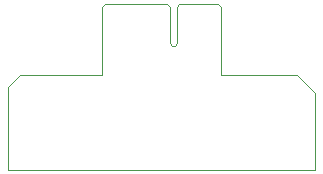
<source format=gbr>
%TF.GenerationSoftware,KiCad,Pcbnew,8.0.4*%
%TF.CreationDate,2024-08-13T15:07:55-04:00*%
%TF.ProjectId,Opta-breakout,4f707461-2d62-4726-9561-6b6f75742e6b,rev?*%
%TF.SameCoordinates,Original*%
%TF.FileFunction,Profile,NP*%
%FSLAX46Y46*%
G04 Gerber Fmt 4.6, Leading zero omitted, Abs format (unit mm)*
G04 Created by KiCad (PCBNEW 8.0.4) date 2024-08-13 15:07:55*
%MOMM*%
%LPD*%
G01*
G04 APERTURE LIST*
%TA.AperFunction,Profile*%
%ADD10C,0.050000*%
%TD*%
G04 APERTURE END LIST*
D10*
X144200000Y-64000000D02*
X149500000Y-64000000D01*
X144000000Y-64200000D02*
X144200000Y-64000000D01*
X144000000Y-64200000D02*
X144000000Y-70000000D01*
X149700000Y-64200000D02*
X149700000Y-67300000D01*
X154000000Y-64200000D02*
X154000000Y-70000000D01*
X137000000Y-70000000D02*
X144000000Y-70000000D01*
X150300000Y-67300000D02*
X150100000Y-67500000D01*
X153800000Y-64000000D02*
X150500000Y-64000000D01*
X162000000Y-71500000D02*
X160500000Y-70000000D01*
X150500000Y-64000000D02*
X150300000Y-64200000D01*
X149900000Y-67500000D02*
X150100000Y-67500000D01*
X136000000Y-78000000D02*
X136000000Y-71000000D01*
X149500000Y-64000000D02*
X149700000Y-64200000D01*
X154000000Y-70000000D02*
X160500000Y-70000000D01*
X136000000Y-71000000D02*
X137000000Y-70000000D01*
X149700000Y-67300000D02*
X149900000Y-67500000D01*
X162000000Y-78000000D02*
X136000000Y-78000000D01*
X162000000Y-71500000D02*
X162000000Y-78000000D01*
X150300000Y-67300000D02*
X150300000Y-64200000D01*
X153800000Y-64000000D02*
X154000000Y-64200000D01*
M02*

</source>
